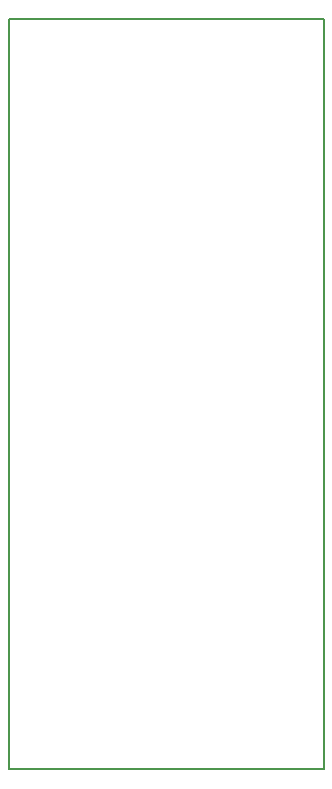
<source format=gbr>
G04 #@! TF.GenerationSoftware,KiCad,Pcbnew,(5.1.0-0)*
G04 #@! TF.CreationDate,2019-04-21T18:11:27+10:00*
G04 #@! TF.ProjectId,ETE006-CM119B-Breatout,45544530-3036-42d4-934d-313139422d42,1*
G04 #@! TF.SameCoordinates,Original*
G04 #@! TF.FileFunction,Profile,NP*
%FSLAX46Y46*%
G04 Gerber Fmt 4.6, Leading zero omitted, Abs format (unit mm)*
G04 Created by KiCad (PCBNEW (5.1.0-0)) date 2019-04-21 18:11:27*
%MOMM*%
%LPD*%
G04 APERTURE LIST*
%ADD10C,0.150000*%
G04 APERTURE END LIST*
D10*
X116030000Y-143020000D02*
X116030000Y-79520000D01*
X142700000Y-143020000D02*
X116030000Y-143020000D01*
X142700000Y-79520000D02*
X142700000Y-143020000D01*
X116030000Y-79520000D02*
X142700000Y-79520000D01*
M02*

</source>
